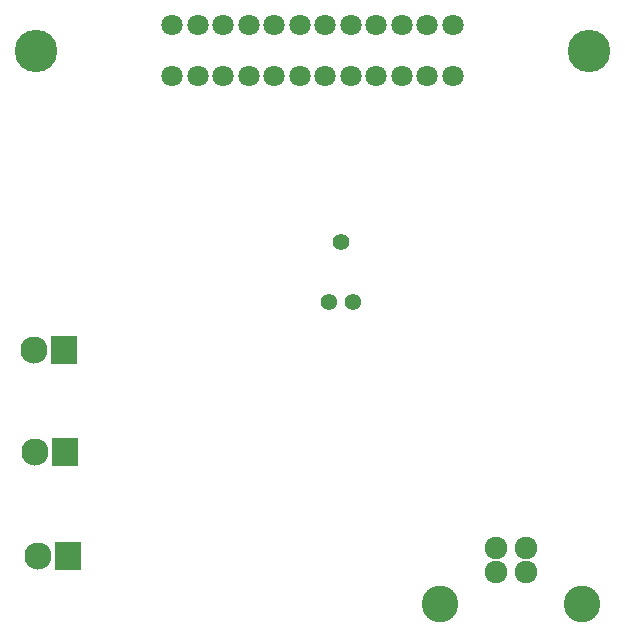
<source format=gbr>
G04 #@! TF.FileFunction,Soldermask,Bot*
%FSLAX46Y46*%
G04 Gerber Fmt 4.6, Leading zero omitted, Abs format (unit mm)*
G04 Created by KiCad (PCBNEW 4.1.0-alpha+201606210816+6944~45~ubuntu16.04.1-product) date Sat Jun 25 00:11:40 2016*
%MOMM*%
%LPD*%
G01*
G04 APERTURE LIST*
%ADD10C,0.100000*%
%ADD11C,1.797000*%
%ADD12C,3.600400*%
%ADD13C,1.388060*%
%ADD14C,1.385520*%
%ADD15R,2.300000X2.400000*%
%ADD16C,2.300000*%
%ADD17C,1.924000*%
%ADD18C,3.100020*%
G04 APERTURE END LIST*
D10*
D11*
X145224500Y-79298800D03*
X147383500Y-79298800D03*
X140906500Y-79298800D03*
X143065500Y-79298800D03*
X145224500Y-75006200D03*
X143065500Y-75006200D03*
X140906500Y-75006200D03*
X147383500Y-75006200D03*
X138747500Y-79298800D03*
X136588500Y-79298800D03*
X134429500Y-79298800D03*
X132270500Y-79298800D03*
X138747500Y-75006200D03*
X136588500Y-75006200D03*
X134429500Y-75006200D03*
X132270500Y-75006200D03*
X149542500Y-79298800D03*
X151701500Y-79298800D03*
X153860500Y-79298800D03*
X156019500Y-79298800D03*
X149542500Y-75006200D03*
X151701500Y-75006200D03*
X153860500Y-75006200D03*
X156019500Y-75006200D03*
D12*
X167551100Y-77152500D03*
X120738900Y-77152500D03*
D13*
X146558000Y-93345000D03*
D14*
X147574000Y-98425000D03*
X145542000Y-98425000D03*
D15*
X123063000Y-102489000D03*
D16*
X120523000Y-102489000D03*
D15*
X123444000Y-119888000D03*
D16*
X120904000Y-119888000D03*
D15*
X123190000Y-111125000D03*
D16*
X120650000Y-111125000D03*
D17*
X159669480Y-119253000D03*
X162209480Y-119253000D03*
X162209480Y-121251980D03*
X159669480Y-121251980D03*
D18*
X154940000Y-123952000D03*
X166938960Y-123952000D03*
M02*

</source>
